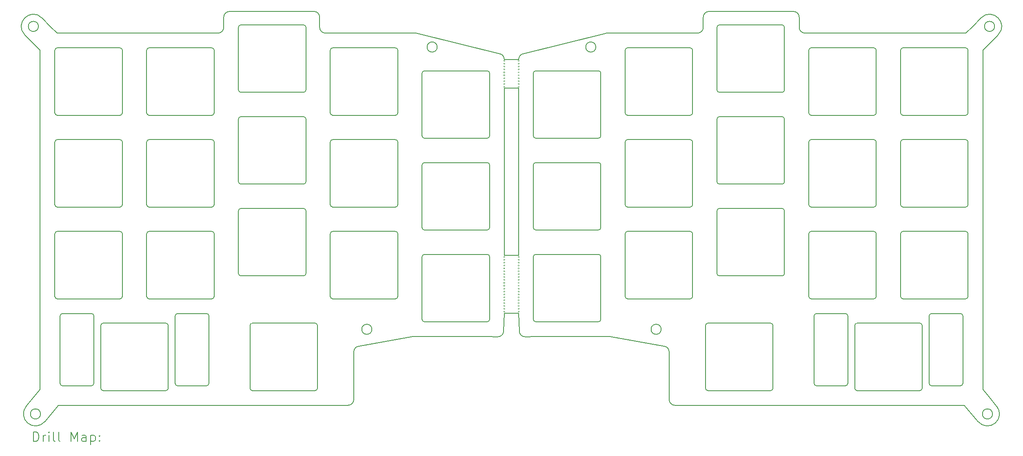
<source format=gbr>
%TF.GenerationSoftware,KiCad,Pcbnew,7.0.5.1-1-g8f565ef7f0-dirty-deb11*%
%TF.CreationDate,Date%
%TF.ProjectId,LeChiffre_Plate,4c654368-6966-4667-9265-5f506c617465,rev?*%
%TF.SameCoordinates,Original*%
%TF.FileFunction,Drillmap*%
%TF.FilePolarity,Positive*%
%FSLAX45Y45*%
G04 Gerber Fmt 4.5, Leading zero omitted, Abs format (unit mm)*
G04 Created by KiCad*
%MOMM*%
%LPD*%
G01*
G04 APERTURE LIST*
%ADD10C,0.200000*%
%ADD11C,0.010000*%
G04 APERTURE END LIST*
D10*
X16431050Y-6111771D02*
X16431050Y-9580372D01*
X12721050Y-4967036D02*
X14599036Y-4967036D01*
X16077028Y-7148408D02*
G75*
G03*
X16127028Y-7098406I2J49998D01*
G01*
X25102572Y-11037156D02*
X25102572Y-12337156D01*
X20290072Y-8577152D02*
G75*
G03*
X20340072Y-8527156I-2J50002D01*
G01*
X24705072Y-5272156D02*
X26005072Y-5272156D01*
D11*
X16746050Y-9850372D02*
G75*
G03*
X16746050Y-9850372I-15000J0D01*
G01*
X16446050Y-5721771D02*
G75*
G03*
X16446050Y-5721771I-15000J0D01*
G01*
D10*
X20895072Y-10005906D02*
X22195072Y-10005906D01*
X12317034Y-6750906D02*
G75*
G03*
X12267028Y-6700906I-50004J-4D01*
G01*
X18990072Y-9082156D02*
X20290072Y-9082156D01*
X10967028Y-8605908D02*
G75*
G03*
X10917028Y-8655906I2J-50002D01*
G01*
X9012034Y-6622156D02*
G75*
G03*
X9062028Y-6672156I49996J-4D01*
G01*
D11*
X16446050Y-6021771D02*
G75*
G03*
X16446050Y-6021771I-15000J0D01*
G01*
D10*
X22671050Y-4967036D02*
X26007719Y-4967036D01*
X22245072Y-6750906D02*
X22245072Y-8050906D01*
X7265728Y-10787158D02*
G75*
G03*
X7215728Y-10837156I2J-50002D01*
G01*
X22800072Y-5272152D02*
G75*
G03*
X22750072Y-5322156I-2J-49998D01*
G01*
X16294043Y-11270823D02*
G75*
G03*
X16418113Y-11155026I4137J119933D01*
G01*
X16127034Y-9608406D02*
G75*
G03*
X16077028Y-9558406I-50004J-4D01*
G01*
X14222028Y-8527156D02*
X14222028Y-7227156D01*
X12822028Y-10432156D02*
X12822028Y-9132156D01*
X26005072Y-6672156D02*
X24705072Y-6672156D01*
X10967028Y-6700908D02*
G75*
G03*
X10917028Y-6750906I2J-50002D01*
G01*
X9653328Y-10787158D02*
G75*
G03*
X9603328Y-10837156I2J-50002D01*
G01*
D11*
X16746050Y-10510372D02*
G75*
G03*
X16746050Y-10510372I-15000J0D01*
G01*
D10*
X8109528Y-10987158D02*
G75*
G03*
X8059528Y-11037156I2J-50002D01*
G01*
D11*
X16746050Y-6081771D02*
G75*
G03*
X16746050Y-6081771I-15000J0D01*
G01*
D10*
X9062028Y-5272156D02*
X10362028Y-5272156D01*
X10412034Y-9132156D02*
G75*
G03*
X10362028Y-9082156I-50004J-4D01*
G01*
X24705072Y-5272152D02*
G75*
G03*
X24655072Y-5322156I-2J-49998D01*
G01*
X6801050Y-5321284D02*
X6484231Y-5003412D01*
X12317028Y-6145906D02*
X12317028Y-4845906D01*
X10412034Y-7227156D02*
G75*
G03*
X10362028Y-7177156I-50004J-4D01*
G01*
X10362028Y-8577156D02*
X9062028Y-8577156D01*
X18385072Y-9053406D02*
X17085072Y-9053406D01*
X6513625Y-12710433D02*
G75*
G03*
X6896116Y-13032465I191245J-161017D01*
G01*
X17086050Y-11263286D02*
X16868057Y-11270814D01*
X20290072Y-6672156D02*
X18990072Y-6672156D01*
X24150072Y-7227156D02*
X24150072Y-8527156D01*
X20340074Y-9132156D02*
G75*
G03*
X20290072Y-9082156I-50004J-4D01*
G01*
D11*
X16446050Y-5841771D02*
G75*
G03*
X16446050Y-5841771I-15000J0D01*
G01*
D10*
X7265728Y-10787156D02*
X7865728Y-10787156D01*
D11*
X16746050Y-9790372D02*
G75*
G03*
X16746050Y-9790372I-15000J0D01*
G01*
X16746050Y-10030372D02*
G75*
G03*
X16746050Y-10030372I-15000J0D01*
G01*
D10*
X12267028Y-8605906D02*
X10967028Y-8605906D01*
X7865728Y-12287156D02*
X7265728Y-12287156D01*
X19852925Y-12572036D02*
X19852925Y-11583719D01*
D11*
X16746050Y-10630372D02*
G75*
G03*
X16746050Y-10630372I-15000J0D01*
G01*
D10*
X14777028Y-7653408D02*
G75*
G03*
X14727028Y-7703406I2J-50002D01*
G01*
X24655072Y-6622156D02*
X24655072Y-5322156D01*
X7915734Y-10837156D02*
G75*
G03*
X7865728Y-10787156I-50004J-4D01*
G01*
D11*
X16446050Y-10630372D02*
G75*
G03*
X16446050Y-10630372I-15000J0D01*
G01*
D10*
X17035072Y-10908406D02*
X17035072Y-9608406D01*
X14222028Y-5322156D02*
X14222028Y-6622156D01*
X20681050Y-4515786D02*
X22431050Y-4515786D01*
X11205153Y-10987156D02*
X12505153Y-10987156D01*
X18940072Y-7227156D02*
X18940072Y-8527156D01*
D11*
X16746050Y-5781771D02*
G75*
G03*
X16746050Y-5781771I-15000J0D01*
G01*
D10*
X12555153Y-11037156D02*
X12555153Y-12337156D01*
X18990072Y-5272152D02*
G75*
G03*
X18940072Y-5322156I-2J-49998D01*
G01*
D11*
X16446050Y-5901771D02*
G75*
G03*
X16446050Y-5901771I-15000J0D01*
G01*
D10*
X14727034Y-7098406D02*
G75*
G03*
X14777028Y-7148406I49996J-4D01*
G01*
X16731050Y-9580372D02*
X16431050Y-9580372D01*
X23702572Y-12337156D02*
X23702572Y-11037156D01*
X11155154Y-12337156D02*
G75*
G03*
X11205153Y-12387156I49996J-4D01*
G01*
X14777028Y-9558408D02*
G75*
G03*
X14727028Y-9608406I2J-50002D01*
G01*
D11*
X16446050Y-10570372D02*
G75*
G03*
X16446050Y-10570372I-15000J0D01*
G01*
D10*
X17085072Y-7653402D02*
G75*
G03*
X17035072Y-7703406I-2J-49998D01*
G01*
X8059534Y-12337156D02*
G75*
G03*
X8109528Y-12387156I49996J-4D01*
G01*
X20845074Y-6145906D02*
G75*
G03*
X20895072Y-6195906I49996J-4D01*
G01*
D11*
X16446050Y-5661771D02*
G75*
G03*
X16446050Y-5661771I-15000J0D01*
G01*
D10*
X8059528Y-12337156D02*
X8059528Y-11037156D01*
X13189175Y-12692045D02*
G75*
G03*
X13309175Y-12572036I-5J120005D01*
G01*
X17035074Y-9003406D02*
G75*
G03*
X17085072Y-9053406I49996J-4D01*
G01*
X10917028Y-4845906D02*
X10917028Y-6145906D01*
D11*
X16446050Y-5961771D02*
G75*
G03*
X16446050Y-5961771I-15000J0D01*
G01*
D10*
X12601054Y-4847036D02*
G75*
G03*
X12721050Y-4967036I119996J-4D01*
G01*
X25102574Y-11037156D02*
G75*
G03*
X25052572Y-10987156I-50004J-4D01*
G01*
D11*
X16446050Y-9730372D02*
G75*
G03*
X16446050Y-9730372I-15000J0D01*
G01*
D10*
X20340072Y-5322156D02*
X20340072Y-6622156D01*
X12505153Y-12387156D02*
X11205153Y-12387156D01*
X16127028Y-5798406D02*
X16127028Y-7098406D01*
X17085072Y-9558406D02*
X18385072Y-9558406D01*
X26005072Y-10482152D02*
G75*
G03*
X26055072Y-10432156I-2J50002D01*
G01*
D11*
X16446050Y-10750372D02*
G75*
G03*
X16446050Y-10750372I-15000J0D01*
G01*
D10*
X20895072Y-6700902D02*
G75*
G03*
X20845072Y-6750906I-2J-49998D01*
G01*
X10253328Y-12287158D02*
G75*
G03*
X10303328Y-12237156I2J49998D01*
G01*
X18563064Y-4967036D02*
X20441050Y-4967036D01*
X23508772Y-12287152D02*
G75*
G03*
X23558772Y-12237156I-2J50002D01*
G01*
X14777028Y-5748408D02*
G75*
G03*
X14727028Y-5798406I2J-50002D01*
G01*
X24100072Y-8577152D02*
G75*
G03*
X24150072Y-8527156I-2J50002D01*
G01*
X10731050Y-4515790D02*
G75*
G03*
X10611050Y-4635786I0J-120000D01*
G01*
X20895072Y-8605902D02*
G75*
G03*
X20845072Y-8655906I-2J-49998D01*
G01*
X16076050Y-11263286D02*
X14541050Y-11263286D01*
X10491050Y-4967040D02*
G75*
G03*
X10611050Y-4847036I0J120000D01*
G01*
X12872028Y-5272156D02*
X14172028Y-5272156D01*
D11*
X16446050Y-9790372D02*
G75*
G03*
X16446050Y-9790372I-15000J0D01*
G01*
X16746050Y-5601771D02*
G75*
G03*
X16746050Y-5601771I-15000J0D01*
G01*
D10*
X18940072Y-10432156D02*
X18940072Y-9132156D01*
X10917028Y-8655906D02*
X10917028Y-9955906D01*
X10731050Y-4515786D02*
X12481050Y-4515786D01*
X22195072Y-4795906D02*
X20895072Y-4795906D01*
D11*
X16746050Y-5901771D02*
G75*
G03*
X16746050Y-5901771I-15000J0D01*
G01*
D10*
X25946374Y-10837156D02*
G75*
G03*
X25896372Y-10787156I-50004J-4D01*
G01*
X10917034Y-8050906D02*
G75*
G03*
X10967028Y-8100906I49996J-4D01*
G01*
X16077028Y-10958408D02*
G75*
G03*
X16127028Y-10908406I2J49998D01*
G01*
X8457028Y-6672158D02*
G75*
G03*
X8507028Y-6622156I2J49998D01*
G01*
X7107034Y-6622156D02*
G75*
G03*
X7157028Y-6672156I49996J-4D01*
G01*
X6838369Y-4650447D02*
G75*
G03*
X6484231Y-5003412I-177069J-176483D01*
G01*
X14727028Y-9003406D02*
X14727028Y-7703406D01*
X22245074Y-8655906D02*
G75*
G03*
X22195072Y-8605906I-50004J-4D01*
G01*
X20340074Y-7227156D02*
G75*
G03*
X20290072Y-7177156I-50004J-4D01*
G01*
X8457028Y-6672156D02*
X7157028Y-6672156D01*
X24655072Y-10432156D02*
X24655072Y-9132156D01*
X10362028Y-8577158D02*
G75*
G03*
X10412028Y-8527156I2J49998D01*
G01*
X26361050Y-12368538D02*
X26489274Y-12521349D01*
X12317034Y-4845906D02*
G75*
G03*
X12267028Y-4795906I-50004J-4D01*
G01*
X22195072Y-10005902D02*
G75*
G03*
X22245072Y-9955906I-2J50002D01*
G01*
X24100072Y-9082156D02*
X22800072Y-9082156D01*
X7157028Y-9082156D02*
X8457028Y-9082156D01*
X20845074Y-8050906D02*
G75*
G03*
X20895072Y-8100906I49996J-4D01*
G01*
X22800072Y-9082152D02*
G75*
G03*
X22750072Y-9132156I-2J-49998D01*
G01*
D11*
X16446050Y-10270372D02*
G75*
G03*
X16446050Y-10270372I-15000J0D01*
G01*
D10*
X24705072Y-7177152D02*
G75*
G03*
X24655072Y-7227156I-2J-49998D01*
G01*
X19852934Y-12572036D02*
G75*
G03*
X19972925Y-12692036I119986J-14D01*
G01*
X14172028Y-6672158D02*
G75*
G03*
X14222028Y-6622156I2J49998D01*
G01*
X18940074Y-6622156D02*
G75*
G03*
X18990072Y-6672156I49996J-4D01*
G01*
X10412034Y-5322156D02*
G75*
G03*
X10362028Y-5272156I-50004J-4D01*
G01*
X18385072Y-10958402D02*
G75*
G03*
X18435072Y-10908406I-2J50002D01*
G01*
X10967028Y-6700906D02*
X12267028Y-6700906D01*
D11*
X16446050Y-9850372D02*
G75*
G03*
X16446050Y-9850372I-15000J0D01*
G01*
D10*
X20895072Y-6700906D02*
X22195072Y-6700906D01*
D11*
X16746050Y-9610372D02*
G75*
G03*
X16746050Y-9610372I-15000J0D01*
G01*
D10*
X12267028Y-6195908D02*
G75*
G03*
X12317028Y-6145906I2J49998D01*
G01*
X22908772Y-10787156D02*
X23508772Y-10787156D01*
X20606944Y-12337156D02*
G75*
G03*
X20656947Y-12387156I49996J-4D01*
G01*
X8109528Y-10987156D02*
X9409528Y-10987156D01*
X14627931Y-4970566D02*
G75*
G03*
X14599036Y-4967036I-28891J-116464D01*
G01*
X24705072Y-9082156D02*
X26005072Y-9082156D01*
X12872028Y-9082156D02*
X14172028Y-9082156D01*
X11155153Y-12337156D02*
X11155153Y-11037156D01*
X22750072Y-8527156D02*
X22750072Y-7227156D01*
X7157028Y-7177158D02*
G75*
G03*
X7107028Y-7227156I2J-50002D01*
G01*
D11*
X16446050Y-10030372D02*
G75*
G03*
X16446050Y-10030372I-15000J0D01*
G01*
D10*
X10362028Y-6672156D02*
X9062028Y-6672156D01*
D11*
X16446050Y-10090372D02*
G75*
G03*
X16446050Y-10090372I-15000J0D01*
G01*
D10*
X8507034Y-7227156D02*
G75*
G03*
X8457028Y-7177156I-50004J-4D01*
G01*
X14727028Y-10908406D02*
X14727028Y-9608406D01*
X16431050Y-10780372D02*
X16418113Y-11155026D01*
X22245074Y-4845906D02*
G75*
G03*
X22195072Y-4795906I-50004J-4D01*
G01*
X9603328Y-12237156D02*
X9603328Y-10837156D01*
X9653328Y-10787156D02*
X10253328Y-10787156D01*
X10917034Y-9955906D02*
G75*
G03*
X10967028Y-10005906I49996J-4D01*
G01*
X26055072Y-9132156D02*
X26055072Y-10432156D01*
X25052572Y-12387152D02*
G75*
G03*
X25102572Y-12337156I-2J50002D01*
G01*
X26562228Y-12871450D02*
G75*
G03*
X26562228Y-12871450I-105000J0D01*
G01*
X16127028Y-9608406D02*
X16127028Y-10908406D01*
X14541050Y-11263286D02*
X13408081Y-11465588D01*
D11*
X16446050Y-10390372D02*
G75*
G03*
X16446050Y-10390372I-15000J0D01*
G01*
D10*
X12872028Y-8577156D02*
X14172028Y-8577156D01*
D11*
X16746050Y-5541771D02*
G75*
G03*
X16746050Y-5541771I-15000J0D01*
G01*
D10*
X10611050Y-4847036D02*
X10611050Y-4635786D01*
X20895072Y-4795902D02*
G75*
G03*
X20845072Y-4845906I-2J-49998D01*
G01*
X12317028Y-9955906D02*
X12317028Y-8655906D01*
X7157028Y-5272158D02*
G75*
G03*
X7107028Y-5322156I2J-50002D01*
G01*
X22750074Y-6622156D02*
G75*
G03*
X22800072Y-6672156I49996J-4D01*
G01*
X18435074Y-9608406D02*
G75*
G03*
X18385072Y-9558406I-50004J-4D01*
G01*
X18435074Y-5798406D02*
G75*
G03*
X18385072Y-5748406I-50004J-4D01*
G01*
X22800072Y-7177156D02*
X24100072Y-7177156D01*
X18435072Y-9608406D02*
X18435072Y-10908406D01*
X14172028Y-10482156D02*
X12872028Y-10482156D01*
X22551044Y-4847036D02*
G75*
G03*
X22671050Y-4967036I119996J-4D01*
G01*
D11*
X16446050Y-5541771D02*
G75*
G03*
X16446050Y-5541771I-15000J0D01*
G01*
D10*
X14172028Y-10482158D02*
G75*
G03*
X14222028Y-10432156I2J49998D01*
G01*
X18385072Y-7148402D02*
G75*
G03*
X18435072Y-7098406I-2J50002D01*
G01*
X18940074Y-8527156D02*
G75*
G03*
X18990072Y-8577156I49996J-4D01*
G01*
X24100072Y-6672152D02*
G75*
G03*
X24150072Y-6622156I-2J50002D01*
G01*
D11*
X16446050Y-10150372D02*
G75*
G03*
X16446050Y-10150372I-15000J0D01*
G01*
X16746050Y-9670372D02*
G75*
G03*
X16746050Y-9670372I-15000J0D01*
G01*
D10*
X7182733Y-12692036D02*
X6896116Y-13032465D01*
X18940072Y-6622156D02*
X18940072Y-5322156D01*
X26265983Y-13032465D02*
X25979366Y-12692036D01*
X20561050Y-4847036D02*
X20561050Y-4635786D01*
X9062028Y-10482156D02*
X10362028Y-10482156D01*
X24705072Y-7177156D02*
X26005072Y-7177156D01*
X22551044Y-4635786D02*
G75*
G03*
X22431050Y-4515786I-120004J-4D01*
G01*
D11*
X16746050Y-9970372D02*
G75*
G03*
X16746050Y-9970372I-15000J0D01*
G01*
D10*
X16431049Y-5511771D02*
G75*
G03*
X16339945Y-5395301I-119999J1D01*
G01*
X26265987Y-13032462D02*
G75*
G03*
X26648472Y-12710436I191243J161012D01*
G01*
X9459528Y-11037156D02*
X9459528Y-12337156D01*
X26055074Y-7227156D02*
G75*
G03*
X26005072Y-7177156I-50004J-4D01*
G01*
X7157028Y-5272156D02*
X8457028Y-5272156D01*
X18990072Y-7177152D02*
G75*
G03*
X18940072Y-7227156I-2J-49998D01*
G01*
X6838370Y-4650446D02*
X7012863Y-4825518D01*
X22800072Y-7177152D02*
G75*
G03*
X22750072Y-7227156I-2J-49998D01*
G01*
X22908772Y-10787152D02*
G75*
G03*
X22858772Y-10837156I-2J-49998D01*
G01*
X23558772Y-10837156D02*
X23558772Y-12237156D01*
X7865728Y-12287158D02*
G75*
G03*
X7915728Y-12237156I2J49998D01*
G01*
X12267028Y-8100908D02*
G75*
G03*
X12317028Y-8050906I2J49998D01*
G01*
X19687193Y-11114659D02*
G75*
G03*
X19687193Y-11114659I-105000J0D01*
G01*
X12267028Y-8100906D02*
X10967028Y-8100906D01*
X12601050Y-4635786D02*
X12601050Y-4847036D01*
X14172028Y-8577158D02*
G75*
G03*
X14222028Y-8527156I2J49998D01*
G01*
X14222034Y-5322156D02*
G75*
G03*
X14172028Y-5272156I-50004J-4D01*
G01*
X13309175Y-11583719D02*
X13309175Y-12572036D01*
X9409528Y-12387158D02*
G75*
G03*
X9459528Y-12337156I2J49998D01*
G01*
X17085072Y-9558402D02*
G75*
G03*
X17035072Y-9608406I-2J-49998D01*
G01*
X22800072Y-10482156D02*
X24100072Y-10482156D01*
X10412028Y-10432156D02*
X10412028Y-9132156D01*
X20340074Y-5322156D02*
G75*
G03*
X20290072Y-5272156I-50004J-4D01*
G01*
X7157028Y-7177156D02*
X8457028Y-7177156D01*
X25896372Y-12287152D02*
G75*
G03*
X25946372Y-12237156I-2J50002D01*
G01*
X26055072Y-5322156D02*
X26055072Y-6622156D01*
X17085072Y-5748406D02*
X18385072Y-5748406D01*
X21956947Y-12387156D02*
X20656947Y-12387156D01*
X20290072Y-6672152D02*
G75*
G03*
X20340072Y-6622156I-2J50002D01*
G01*
X17085072Y-7653406D02*
X18385072Y-7653406D01*
X14777028Y-5748406D02*
X16077028Y-5748406D01*
D11*
X16746050Y-10150372D02*
G75*
G03*
X16746050Y-10150372I-15000J0D01*
G01*
D10*
X10412028Y-7227156D02*
X10412028Y-8527156D01*
X12505153Y-12387163D02*
G75*
G03*
X12555153Y-12337156I-3J50003D01*
G01*
X18621050Y-11263286D02*
X17086050Y-11263286D01*
D11*
X16746050Y-10210372D02*
G75*
G03*
X16746050Y-10210372I-15000J0D01*
G01*
D10*
X6513628Y-12710436D02*
X6672826Y-12521349D01*
X18990072Y-9082152D02*
G75*
G03*
X18940072Y-9132156I-2J-49998D01*
G01*
X19754018Y-11465588D02*
X18621050Y-11263286D01*
X12822034Y-10432156D02*
G75*
G03*
X12872028Y-10482156I49996J-4D01*
G01*
D11*
X16446050Y-10330372D02*
G75*
G03*
X16446050Y-10330372I-15000J0D01*
G01*
D10*
X16822155Y-5395301D02*
X18534169Y-4970567D01*
X12555154Y-11037156D02*
G75*
G03*
X12505153Y-10987156I-50004J-4D01*
G01*
X9012028Y-9132156D02*
X9012028Y-10432156D01*
X6672826Y-12521349D02*
X6801050Y-12368538D01*
X23702574Y-12337156D02*
G75*
G03*
X23752572Y-12387156I49996J-4D01*
G01*
X20845074Y-9955906D02*
G75*
G03*
X20895072Y-10005906I49996J-4D01*
G01*
X16731050Y-10780372D02*
X16431050Y-10780372D01*
X10362028Y-9082156D02*
X9062028Y-9082156D01*
X7215728Y-12237156D02*
X7215728Y-10837156D01*
X9012034Y-8527156D02*
G75*
G03*
X9062028Y-8577156I49996J-4D01*
G01*
X10253328Y-12287156D02*
X9653328Y-12287156D01*
X26055074Y-5322156D02*
G75*
G03*
X26005072Y-5272156I-50004J-4D01*
G01*
X7107028Y-6622156D02*
X7107028Y-5322156D01*
X8507028Y-9132156D02*
X8507028Y-10432156D01*
X20845072Y-8655906D02*
X20845072Y-9955906D01*
X13408082Y-11465592D02*
G75*
G03*
X13309175Y-11583719I21088J-118128D01*
G01*
X10967028Y-4795908D02*
G75*
G03*
X10917028Y-4845906I2J-50002D01*
G01*
X22195072Y-8605906D02*
X20895072Y-8605906D01*
X22006947Y-11037156D02*
X22006947Y-12337156D01*
X14222028Y-9132156D02*
X14222028Y-10432156D01*
X20656947Y-10987156D02*
X21956947Y-10987156D01*
X18385072Y-10958406D02*
X17085072Y-10958406D01*
D11*
X16446050Y-10450372D02*
G75*
G03*
X16446050Y-10450372I-15000J0D01*
G01*
D10*
X14172028Y-6672156D02*
X12872028Y-6672156D01*
X22195072Y-6195902D02*
G75*
G03*
X22245072Y-6145906I-2J50002D01*
G01*
X25296372Y-10787152D02*
G75*
G03*
X25246372Y-10837156I-2J-49998D01*
G01*
D11*
X16446050Y-9970372D02*
G75*
G03*
X16446050Y-9970372I-15000J0D01*
G01*
D10*
X23508772Y-12287156D02*
X22908772Y-12287156D01*
X16077028Y-9053408D02*
G75*
G03*
X16127028Y-9003406I2J49998D01*
G01*
D11*
X16746050Y-9730372D02*
G75*
G03*
X16746050Y-9730372I-15000J0D01*
G01*
X16446050Y-5601771D02*
G75*
G03*
X16446050Y-5601771I-15000J0D01*
G01*
D10*
X24150072Y-10432156D02*
X24150072Y-9132156D01*
X24150072Y-5322156D02*
X24150072Y-6622156D01*
X25052572Y-12387156D02*
X23752572Y-12387156D01*
X10967028Y-10005906D02*
X12267028Y-10005906D01*
X12267028Y-4795906D02*
X10967028Y-4795906D01*
X16731050Y-9580372D02*
X16731050Y-6111771D01*
X18332204Y-5255361D02*
G75*
G03*
X18332204Y-5255361I-105000J0D01*
G01*
X25246374Y-12237156D02*
G75*
G03*
X25296372Y-12287156I49996J-4D01*
G01*
X26005072Y-8577156D02*
X24705072Y-8577156D01*
X18435072Y-5798406D02*
X18435072Y-7098406D01*
X20845072Y-8050906D02*
X20845072Y-6750906D01*
X16731050Y-5511771D02*
X16431050Y-5511771D01*
X12601054Y-4635786D02*
G75*
G03*
X12481050Y-4515786I-120004J-4D01*
G01*
X22551050Y-4635786D02*
X22551050Y-4847036D01*
X18940074Y-10432156D02*
G75*
G03*
X18990072Y-10482156I49996J-4D01*
G01*
X15039896Y-5255361D02*
G75*
G03*
X15039896Y-5255361I-105000J0D01*
G01*
X22006944Y-11037156D02*
G75*
G03*
X21956947Y-10987156I-50004J-4D01*
G01*
X14222034Y-9132156D02*
G75*
G03*
X14172028Y-9082156I-50004J-4D01*
G01*
X10412028Y-5322156D02*
X10412028Y-6622156D01*
X9062028Y-7177158D02*
G75*
G03*
X9012028Y-7227156I2J-50002D01*
G01*
X10303334Y-10837156D02*
G75*
G03*
X10253328Y-10787156I-50004J-4D01*
G01*
X22245072Y-6145906D02*
X22245072Y-4845906D01*
X24150074Y-7227156D02*
G75*
G03*
X24100072Y-7177156I-50004J-4D01*
G01*
X8457028Y-8577158D02*
G75*
G03*
X8507028Y-8527156I2J49998D01*
G01*
X18435072Y-7703406D02*
X18435072Y-9003406D01*
X26007719Y-4967036D02*
X26149237Y-4825518D01*
D11*
X16446050Y-10690372D02*
G75*
G03*
X16446050Y-10690372I-15000J0D01*
G01*
D10*
X7915728Y-10837156D02*
X7915728Y-12237156D01*
X22195072Y-8100902D02*
G75*
G03*
X22245072Y-8050906I-2J50002D01*
G01*
X14627931Y-4970567D02*
X16339945Y-5395301D01*
X9603334Y-12237156D02*
G75*
G03*
X9653328Y-12287156I49996J-4D01*
G01*
X10917034Y-6145906D02*
G75*
G03*
X10967028Y-6195906I49996J-4D01*
G01*
X20340072Y-8527156D02*
X20340072Y-7227156D01*
D11*
X16446050Y-10210372D02*
G75*
G03*
X16446050Y-10210372I-15000J0D01*
G01*
D10*
X14727034Y-10908406D02*
G75*
G03*
X14777028Y-10958406I49996J-4D01*
G01*
X26005072Y-10482156D02*
X24705072Y-10482156D01*
X25246372Y-12237156D02*
X25246372Y-10837156D01*
X9012028Y-8527156D02*
X9012028Y-7227156D01*
D11*
X16446050Y-9670372D02*
G75*
G03*
X16446050Y-9670372I-15000J0D01*
G01*
D10*
X14727028Y-7098406D02*
X14727028Y-5798406D01*
X8507028Y-7227156D02*
X8507028Y-8527156D01*
X22858772Y-12237156D02*
X22858772Y-10837156D01*
X17035072Y-9003406D02*
X17035072Y-7703406D01*
D11*
X16746050Y-5661771D02*
G75*
G03*
X16746050Y-5661771I-15000J0D01*
G01*
D10*
X17085072Y-5748402D02*
G75*
G03*
X17035072Y-5798406I-2J-49998D01*
G01*
D11*
X16746050Y-5961771D02*
G75*
G03*
X16746050Y-5961771I-15000J0D01*
G01*
D10*
X26489274Y-12521349D02*
X26648472Y-12710436D01*
X24705072Y-9082152D02*
G75*
G03*
X24655072Y-9132156I-2J-49998D01*
G01*
X13684907Y-11114659D02*
G75*
G03*
X13684907Y-11114659I-105000J0D01*
G01*
X7107034Y-10432156D02*
G75*
G03*
X7157028Y-10482156I49996J-4D01*
G01*
X24100072Y-6672156D02*
X22800072Y-6672156D01*
X9012028Y-6622156D02*
X9012028Y-5322156D01*
X16077028Y-7148406D02*
X14777028Y-7148406D01*
D11*
X16746050Y-10270372D02*
G75*
G03*
X16746050Y-10270372I-15000J0D01*
G01*
D10*
X12822028Y-6622156D02*
X12822028Y-5322156D01*
X24100072Y-8577156D02*
X22800072Y-8577156D01*
X22750074Y-8527156D02*
G75*
G03*
X22800072Y-8577156I49996J-4D01*
G01*
X8507028Y-5322156D02*
X8507028Y-6622156D01*
X25946372Y-10837156D02*
X25946372Y-12237156D01*
X9062028Y-9082158D02*
G75*
G03*
X9012028Y-9132156I2J-50002D01*
G01*
X20606947Y-12337156D02*
X20606947Y-11037156D01*
X6766301Y-4826929D02*
G75*
G03*
X6766301Y-4826929I-105000J0D01*
G01*
X14777028Y-9558406D02*
X16077028Y-9558406D01*
X21956947Y-12387157D02*
G75*
G03*
X22006947Y-12337156I3J49997D01*
G01*
X17035072Y-7098406D02*
X17035072Y-5798406D01*
X25979366Y-12692036D02*
X19972925Y-12692036D01*
X26677869Y-5003412D02*
X26361050Y-5321284D01*
D11*
X16446050Y-9910372D02*
G75*
G03*
X16446050Y-9910372I-15000J0D01*
G01*
D10*
X20845072Y-4845906D02*
X20845072Y-6145906D01*
X18385072Y-7148406D02*
X17085072Y-7148406D01*
X20656947Y-10987157D02*
G75*
G03*
X20606947Y-11037156I3J-50003D01*
G01*
X26055072Y-7227156D02*
X26055072Y-8527156D01*
X16822155Y-5395301D02*
G75*
G03*
X16731050Y-5511771I28895J-116469D01*
G01*
X12822028Y-7227156D02*
X12822028Y-8527156D01*
D11*
X16746050Y-10690372D02*
G75*
G03*
X16746050Y-10690372I-15000J0D01*
G01*
D10*
X24655072Y-8527156D02*
X24655072Y-7227156D01*
X10303328Y-10837156D02*
X10303328Y-12237156D01*
D11*
X16446050Y-5781771D02*
G75*
G03*
X16446050Y-5781771I-15000J0D01*
G01*
D10*
X26005072Y-8577152D02*
G75*
G03*
X26055072Y-8527156I-2J50002D01*
G01*
X26055074Y-9132156D02*
G75*
G03*
X26005072Y-9082156I-50004J-4D01*
G01*
X22750072Y-6622156D02*
X22750072Y-5322156D01*
X12267028Y-10005908D02*
G75*
G03*
X12317028Y-9955906I2J49998D01*
G01*
X26677870Y-5003414D02*
G75*
G03*
X26323730Y-4650446I-177071J176484D01*
G01*
X16127034Y-5798406D02*
G75*
G03*
X16077028Y-5748406I-50004J-4D01*
G01*
X20441050Y-4967030D02*
G75*
G03*
X20561050Y-4847036I0J120000D01*
G01*
X16743987Y-11155026D02*
X16731050Y-10780372D01*
D11*
X16746050Y-10090372D02*
G75*
G03*
X16746050Y-10090372I-15000J0D01*
G01*
D10*
X20681050Y-4515780D02*
G75*
G03*
X20561050Y-4635786I0J-120000D01*
G01*
X22858774Y-12237156D02*
G75*
G03*
X22908772Y-12287156I49996J-4D01*
G01*
X25896372Y-12287156D02*
X25296372Y-12287156D01*
X18990072Y-8577156D02*
X20290072Y-8577156D01*
X22750074Y-10432156D02*
G75*
G03*
X22800072Y-10482156I49996J-4D01*
G01*
X22195072Y-8100906D02*
X20895072Y-8100906D01*
X11205153Y-10987163D02*
G75*
G03*
X11155153Y-11037156I-3J-49997D01*
G01*
X8457028Y-8577156D02*
X7157028Y-8577156D01*
D11*
X16446050Y-6081771D02*
G75*
G03*
X16446050Y-6081771I-15000J0D01*
G01*
D10*
X18990072Y-5272156D02*
X20290072Y-5272156D01*
X20340072Y-9132156D02*
X20340072Y-10432156D01*
D11*
X16746050Y-10390372D02*
G75*
G03*
X16746050Y-10390372I-15000J0D01*
G01*
D10*
X9459534Y-11037156D02*
G75*
G03*
X9409528Y-10987156I-50004J-4D01*
G01*
X24655074Y-10432156D02*
G75*
G03*
X24705072Y-10482156I49996J-4D01*
G01*
X7012863Y-4825518D02*
X7154381Y-4967036D01*
X23752572Y-10987156D02*
X25052572Y-10987156D01*
X26605799Y-4826929D02*
G75*
G03*
X26605799Y-4826929I-105000J0D01*
G01*
X9012034Y-10432156D02*
G75*
G03*
X9062028Y-10482156I49996J-4D01*
G01*
X18435074Y-7703406D02*
G75*
G03*
X18385072Y-7653406I-50004J-4D01*
G01*
X12872028Y-7177158D02*
G75*
G03*
X12822028Y-7227156I2J-50002D01*
G01*
X22245074Y-6750906D02*
G75*
G03*
X22195072Y-6700906I-50004J-4D01*
G01*
X10967028Y-6195906D02*
X12267028Y-6195906D01*
X16077028Y-9053406D02*
X14777028Y-9053406D01*
X22750072Y-9132156D02*
X22750072Y-10432156D01*
X18563064Y-4967036D02*
G75*
G03*
X18534169Y-4970567I-4J-119944D01*
G01*
X24150074Y-5322156D02*
G75*
G03*
X24100072Y-5272156I-50004J-4D01*
G01*
X8457028Y-10482156D02*
X7157028Y-10482156D01*
X9062028Y-7177156D02*
X10362028Y-7177156D01*
X20290072Y-7177156D02*
X18990072Y-7177156D01*
X7107028Y-10432156D02*
X7107028Y-9132156D01*
D11*
X16746050Y-5721771D02*
G75*
G03*
X16746050Y-5721771I-15000J0D01*
G01*
D10*
X24150074Y-9132156D02*
G75*
G03*
X24100072Y-9082156I-50004J-4D01*
G01*
X12822034Y-8527156D02*
G75*
G03*
X12872028Y-8577156I49996J-4D01*
G01*
D11*
X16746050Y-10330372D02*
G75*
G03*
X16746050Y-10330372I-15000J0D01*
G01*
D10*
X6809872Y-12871450D02*
G75*
G03*
X6809872Y-12871450I-105000J0D01*
G01*
D11*
X16746050Y-10750372D02*
G75*
G03*
X16746050Y-10750372I-15000J0D01*
G01*
D10*
X24100072Y-10482152D02*
G75*
G03*
X24150072Y-10432156I-2J50002D01*
G01*
D11*
X16446050Y-10510372D02*
G75*
G03*
X16446050Y-10510372I-15000J0D01*
G01*
D10*
X16294043Y-11270814D02*
X16076050Y-11263286D01*
X20290072Y-10482152D02*
G75*
G03*
X20340072Y-10432156I-2J50002D01*
G01*
X16127034Y-7703406D02*
G75*
G03*
X16077028Y-7653406I-50004J-4D01*
G01*
X20895072Y-6195906D02*
X22195072Y-6195906D01*
D11*
X16746050Y-6021771D02*
G75*
G03*
X16746050Y-6021771I-15000J0D01*
G01*
D10*
X25296372Y-10787156D02*
X25896372Y-10787156D01*
X14727034Y-9003406D02*
G75*
G03*
X14777028Y-9053406I49996J-4D01*
G01*
X9062028Y-5272158D02*
G75*
G03*
X9012028Y-5322156I2J-50002D01*
G01*
X17035074Y-7098406D02*
G75*
G03*
X17085072Y-7148406I49996J-4D01*
G01*
X26005072Y-6672152D02*
G75*
G03*
X26055072Y-6622156I-2J50002D01*
G01*
X8507034Y-9132156D02*
G75*
G03*
X8457028Y-9082156I-50004J-4D01*
G01*
X14777028Y-7653406D02*
X16077028Y-7653406D01*
X12317028Y-6750906D02*
X12317028Y-8050906D01*
X10917028Y-8050906D02*
X10917028Y-6750906D01*
X8457028Y-10482158D02*
G75*
G03*
X8507028Y-10432156I2J49998D01*
G01*
D11*
X16746050Y-10570372D02*
G75*
G03*
X16746050Y-10570372I-15000J0D01*
G01*
D10*
X7157028Y-9082158D02*
G75*
G03*
X7107028Y-9132156I2J-50002D01*
G01*
X19852921Y-11583719D02*
G75*
G03*
X19754018Y-11465588I-120001J-1D01*
G01*
X8507034Y-5322156D02*
G75*
G03*
X8457028Y-5272156I-50004J-4D01*
G01*
X12822034Y-6622156D02*
G75*
G03*
X12872028Y-6672156I49996J-4D01*
G01*
X14172028Y-7177156D02*
X12872028Y-7177156D01*
X13189175Y-12692036D02*
X7182733Y-12692036D01*
X9409528Y-12387156D02*
X8109528Y-12387156D01*
X16127028Y-7703406D02*
X16127028Y-9003406D01*
X18385072Y-9053402D02*
G75*
G03*
X18435072Y-9003406I-2J50002D01*
G01*
X6801050Y-12368538D02*
X6801050Y-5321284D01*
D11*
X16446050Y-9610372D02*
G75*
G03*
X16446050Y-9610372I-15000J0D01*
G01*
X16746050Y-10450372D02*
G75*
G03*
X16746050Y-10450372I-15000J0D01*
G01*
D10*
X16077028Y-10958406D02*
X14777028Y-10958406D01*
X16731050Y-6111771D02*
X16431050Y-6111771D01*
X7215734Y-12237156D02*
G75*
G03*
X7265728Y-12287156I49996J-4D01*
G01*
X12872028Y-5272158D02*
G75*
G03*
X12822028Y-5322156I2J-50002D01*
G01*
X12317034Y-8655906D02*
G75*
G03*
X12267028Y-8605906I-50004J-4D01*
G01*
X22800072Y-5272156D02*
X24100072Y-5272156D01*
X10362028Y-6672158D02*
G75*
G03*
X10412028Y-6622156I2J49998D01*
G01*
X10362028Y-10482158D02*
G75*
G03*
X10412028Y-10432156I2J49998D01*
G01*
X17035074Y-10908406D02*
G75*
G03*
X17085072Y-10958406I49996J-4D01*
G01*
X24655074Y-6622156D02*
G75*
G03*
X24705072Y-6672156I49996J-4D01*
G01*
X7154381Y-4967036D02*
X10491050Y-4967036D01*
X26149237Y-4825518D02*
X26323730Y-4650446D01*
X26361050Y-5321284D02*
X26361050Y-12368538D01*
X24655074Y-8527156D02*
G75*
G03*
X24705072Y-8577156I49996J-4D01*
G01*
X14222034Y-7227156D02*
G75*
G03*
X14172028Y-7177156I-50004J-4D01*
G01*
X7107028Y-8527156D02*
X7107028Y-7227156D01*
D11*
X16746050Y-9910372D02*
G75*
G03*
X16746050Y-9910372I-15000J0D01*
G01*
D10*
X22245072Y-9955906D02*
X22245072Y-8655906D01*
X12872028Y-9082158D02*
G75*
G03*
X12822028Y-9132156I2J-50002D01*
G01*
D11*
X16746050Y-5841771D02*
G75*
G03*
X16746050Y-5841771I-15000J0D01*
G01*
D10*
X23558774Y-10837156D02*
G75*
G03*
X23508772Y-10787156I-50004J-4D01*
G01*
X23752572Y-10987152D02*
G75*
G03*
X23702572Y-11037156I-2J-49998D01*
G01*
X20290072Y-10482156D02*
X18990072Y-10482156D01*
X16743985Y-11155026D02*
G75*
G03*
X16868056Y-11270814I119915J4126D01*
G01*
X7107034Y-8527156D02*
G75*
G03*
X7157028Y-8577156I49996J-4D01*
G01*
X6662078Y-13442936D02*
X6662078Y-13242936D01*
X6662078Y-13242936D02*
X6709697Y-13242936D01*
X6709697Y-13242936D02*
X6738268Y-13252460D01*
X6738268Y-13252460D02*
X6757316Y-13271507D01*
X6757316Y-13271507D02*
X6766840Y-13290555D01*
X6766840Y-13290555D02*
X6776364Y-13328650D01*
X6776364Y-13328650D02*
X6776364Y-13357221D01*
X6776364Y-13357221D02*
X6766840Y-13395317D01*
X6766840Y-13395317D02*
X6757316Y-13414364D01*
X6757316Y-13414364D02*
X6738268Y-13433412D01*
X6738268Y-13433412D02*
X6709697Y-13442936D01*
X6709697Y-13442936D02*
X6662078Y-13442936D01*
X6862078Y-13442936D02*
X6862078Y-13309602D01*
X6862078Y-13347698D02*
X6871602Y-13328650D01*
X6871602Y-13328650D02*
X6881125Y-13319126D01*
X6881125Y-13319126D02*
X6900173Y-13309602D01*
X6900173Y-13309602D02*
X6919221Y-13309602D01*
X6985887Y-13442936D02*
X6985887Y-13309602D01*
X6985887Y-13242936D02*
X6976364Y-13252460D01*
X6976364Y-13252460D02*
X6985887Y-13261983D01*
X6985887Y-13261983D02*
X6995411Y-13252460D01*
X6995411Y-13252460D02*
X6985887Y-13242936D01*
X6985887Y-13242936D02*
X6985887Y-13261983D01*
X7109697Y-13442936D02*
X7090649Y-13433412D01*
X7090649Y-13433412D02*
X7081125Y-13414364D01*
X7081125Y-13414364D02*
X7081125Y-13242936D01*
X7214459Y-13442936D02*
X7195411Y-13433412D01*
X7195411Y-13433412D02*
X7185887Y-13414364D01*
X7185887Y-13414364D02*
X7185887Y-13242936D01*
X7443030Y-13442936D02*
X7443030Y-13242936D01*
X7443030Y-13242936D02*
X7509697Y-13385793D01*
X7509697Y-13385793D02*
X7576364Y-13242936D01*
X7576364Y-13242936D02*
X7576364Y-13442936D01*
X7757316Y-13442936D02*
X7757316Y-13338174D01*
X7757316Y-13338174D02*
X7747792Y-13319126D01*
X7747792Y-13319126D02*
X7728745Y-13309602D01*
X7728745Y-13309602D02*
X7690649Y-13309602D01*
X7690649Y-13309602D02*
X7671602Y-13319126D01*
X7757316Y-13433412D02*
X7738268Y-13442936D01*
X7738268Y-13442936D02*
X7690649Y-13442936D01*
X7690649Y-13442936D02*
X7671602Y-13433412D01*
X7671602Y-13433412D02*
X7662078Y-13414364D01*
X7662078Y-13414364D02*
X7662078Y-13395317D01*
X7662078Y-13395317D02*
X7671602Y-13376269D01*
X7671602Y-13376269D02*
X7690649Y-13366745D01*
X7690649Y-13366745D02*
X7738268Y-13366745D01*
X7738268Y-13366745D02*
X7757316Y-13357221D01*
X7852554Y-13309602D02*
X7852554Y-13509602D01*
X7852554Y-13319126D02*
X7871602Y-13309602D01*
X7871602Y-13309602D02*
X7909697Y-13309602D01*
X7909697Y-13309602D02*
X7928745Y-13319126D01*
X7928745Y-13319126D02*
X7938268Y-13328650D01*
X7938268Y-13328650D02*
X7947792Y-13347698D01*
X7947792Y-13347698D02*
X7947792Y-13404840D01*
X7947792Y-13404840D02*
X7938268Y-13423888D01*
X7938268Y-13423888D02*
X7928745Y-13433412D01*
X7928745Y-13433412D02*
X7909697Y-13442936D01*
X7909697Y-13442936D02*
X7871602Y-13442936D01*
X7871602Y-13442936D02*
X7852554Y-13433412D01*
X8033506Y-13423888D02*
X8043030Y-13433412D01*
X8043030Y-13433412D02*
X8033506Y-13442936D01*
X8033506Y-13442936D02*
X8023983Y-13433412D01*
X8023983Y-13433412D02*
X8033506Y-13423888D01*
X8033506Y-13423888D02*
X8033506Y-13442936D01*
X8033506Y-13319126D02*
X8043030Y-13328650D01*
X8043030Y-13328650D02*
X8033506Y-13338174D01*
X8033506Y-13338174D02*
X8023983Y-13328650D01*
X8023983Y-13328650D02*
X8033506Y-13319126D01*
X8033506Y-13319126D02*
X8033506Y-13338174D01*
M02*

</source>
